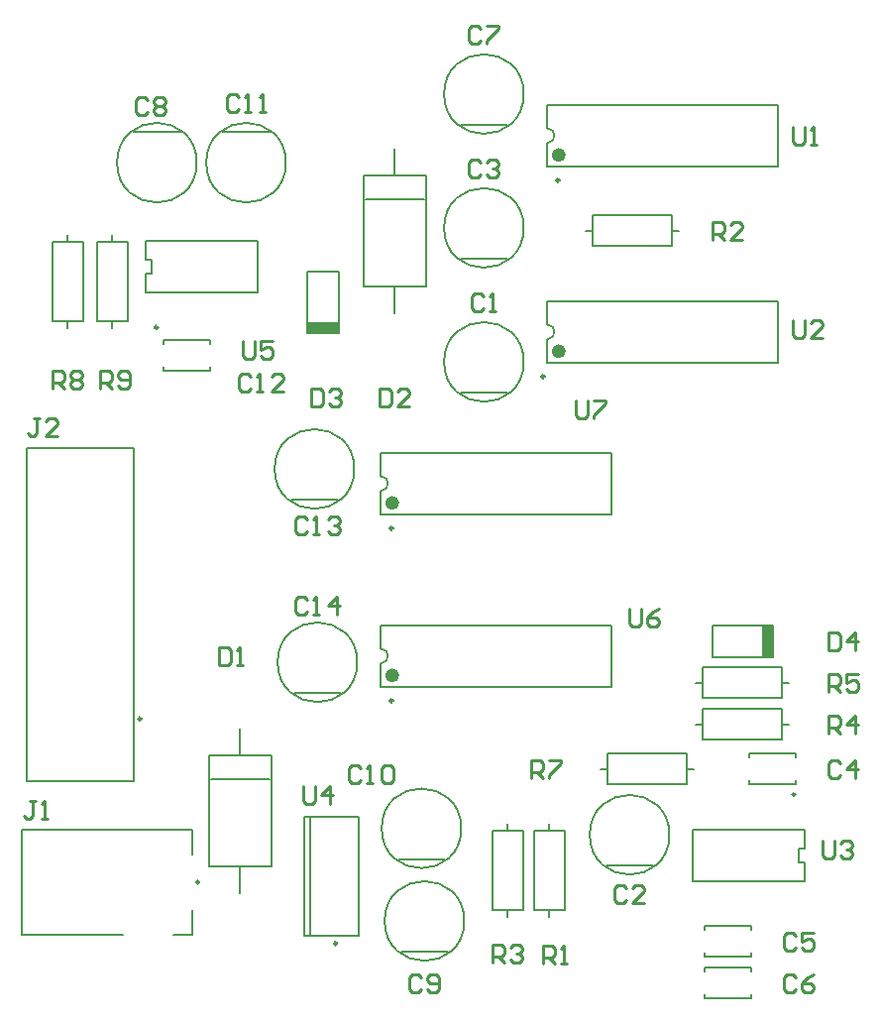
<source format=gto>
G04*
G04 #@! TF.GenerationSoftware,Altium Limited,Altium Designer,21.2.1 (34)*
G04*
G04 Layer_Color=65535*
%FSLAX25Y25*%
%MOIN*%
G70*
G04*
G04 #@! TF.SameCoordinates,80AB4F38-7A27-461E-8C37-B356CBF0BF54*
G04*
G04*
G04 #@! TF.FilePolarity,Positive*
G04*
G01*
G75*
%ADD10C,0.02362*%
%ADD11C,0.00984*%
%ADD12C,0.00787*%
%ADD13C,0.00591*%
%ADD14C,0.01000*%
%ADD15R,0.10698X0.03736*%
%ADD16R,0.03736X0.10698*%
D10*
X130339Y182504D02*
G03*
X130339Y182504I-1181J0D01*
G01*
Y124504D02*
G03*
X130339Y124504I-1181J0D01*
G01*
X186339Y299504D02*
G03*
X186339Y299504I-1181J0D01*
G01*
Y233504D02*
G03*
X186339Y233504I-1181J0D01*
G01*
D11*
X129374Y174000D02*
G03*
X129374Y174000I-492J0D01*
G01*
Y116000D02*
G03*
X129374Y116000I-492J0D01*
G01*
X185374Y291000D02*
G03*
X185374Y291000I-492J0D01*
G01*
X180374Y225000D02*
G03*
X180374Y225000I-492J0D01*
G01*
X264689Y84472D02*
G03*
X264689Y84472I-492J0D01*
G01*
X64233Y55000D02*
G03*
X64233Y55000I-492J0D01*
G01*
X50295Y241528D02*
G03*
X50295Y241528I-492J0D01*
G01*
X44742Y109888D02*
G03*
X44742Y109888I-492J0D01*
G01*
X110492Y34362D02*
G03*
X110492Y34362I-492J0D01*
G01*
D12*
X125221Y186500D02*
G03*
X125221Y191500I0J2500D01*
G01*
Y128500D02*
G03*
X125221Y133500I0J2500D01*
G01*
X181220Y303500D02*
G03*
X181220Y308500I0J2500D01*
G01*
Y237500D02*
G03*
X181220Y242500I0J2500D01*
G01*
X202780Y178567D02*
Y199433D01*
X125221Y191500D02*
Y199433D01*
Y178567D02*
Y186500D01*
Y199433D02*
X202780D01*
X125221Y178567D02*
X202780D01*
X88433Y60299D02*
Y97701D01*
X67567Y60299D02*
X88433D01*
X67567D02*
Y97701D01*
X88433D01*
X78000D02*
Y106559D01*
Y51441D02*
Y60299D01*
X68158Y89630D02*
X87843D01*
X125221Y120567D02*
X202780D01*
X125221Y141433D02*
X202780D01*
X125221Y120567D02*
Y128500D01*
Y133500D02*
Y141433D01*
X202780Y120567D02*
Y141433D01*
X96126Y118488D02*
X111874D01*
X181220Y295567D02*
X258780D01*
X181220Y316433D02*
X258780D01*
X181220Y295567D02*
Y303500D01*
Y308500D02*
Y316433D01*
X258780Y295567D02*
Y316433D01*
X196614Y268882D02*
X223386D01*
X196614D02*
Y279118D01*
X223386D01*
Y268882D02*
Y279118D01*
Y274000D02*
X225650D01*
X194350D02*
X196614D01*
X181220Y229567D02*
X258780D01*
X181220Y250433D02*
X258780D01*
X181220Y229567D02*
Y237500D01*
Y242500D02*
Y250433D01*
X258780Y229567D02*
Y250433D01*
X140433Y255299D02*
Y292701D01*
X119567Y255299D02*
X140433D01*
X119567D02*
Y292701D01*
X140433D01*
X130000D02*
Y301559D01*
Y246441D02*
Y255299D01*
X120158Y284630D02*
X139842D01*
X152126Y219488D02*
X167874D01*
X100646Y239764D02*
X111354D01*
X100646D02*
Y260236D01*
X111354D01*
Y239764D02*
Y260236D01*
X152126Y309567D02*
X167874D01*
X152126Y264567D02*
X167874D01*
X42126Y307354D02*
X57874D01*
X267878Y66447D02*
Y72563D01*
X265910Y66447D02*
X267878D01*
X265910Y61553D02*
Y66447D01*
Y61553D02*
X267878D01*
Y55437D02*
Y61553D01*
X230122Y55437D02*
X267878D01*
X230122D02*
Y72563D01*
X267878D01*
X264874Y87882D02*
Y89161D01*
Y96839D02*
Y98118D01*
X249126D02*
X264874D01*
X249126Y87882D02*
Y89161D01*
Y96839D02*
Y98118D01*
Y87882D02*
X264874D01*
X234126Y38839D02*
Y40118D01*
Y29882D02*
Y31161D01*
Y29882D02*
X249874D01*
Y38839D02*
Y40118D01*
Y29882D02*
Y31161D01*
X234126Y40118D02*
X249874D01*
X168000Y43350D02*
Y45614D01*
Y72386D02*
Y74650D01*
X162882Y72386D02*
X173118D01*
X162882Y45614D02*
Y72386D01*
Y45614D02*
X173118D01*
Y72386D01*
X260386Y108000D02*
X262650D01*
X231350D02*
X233614D01*
Y102882D02*
Y113118D01*
Y102882D02*
X260386D01*
Y113118D01*
X233614D02*
X260386D01*
X249874Y15882D02*
Y17161D01*
Y24839D02*
Y26118D01*
X234126D02*
X249874D01*
X234126Y15882D02*
Y17161D01*
Y24839D02*
Y26118D01*
Y15882D02*
X249874D01*
X201126Y60488D02*
X216874D01*
X182000Y72386D02*
Y74650D01*
Y43350D02*
Y45614D01*
X176882D02*
X187118D01*
Y72386D01*
X176882D02*
X187118D01*
X176882Y45614D02*
Y72386D01*
X4685Y37284D02*
Y72716D01*
Y37284D02*
X38543D01*
X61772Y64449D02*
Y72716D01*
X4685D02*
X61772D01*
X55472Y37284D02*
X61772D01*
Y45551D01*
X35000Y270386D02*
Y272650D01*
Y241350D02*
Y243614D01*
X29882D02*
X40118D01*
Y270386D01*
X29882D02*
X40118D01*
X29882Y243614D02*
Y270386D01*
X52126Y235839D02*
Y237118D01*
Y226882D02*
Y228161D01*
Y226882D02*
X67874D01*
Y235839D02*
Y237118D01*
Y226882D02*
Y228161D01*
X52126Y237118D02*
X67874D01*
X46122Y253437D02*
Y259553D01*
X48091D01*
Y264447D01*
X46122D02*
X48091D01*
X46122D02*
Y270563D01*
X83878D01*
Y253437D02*
Y270563D01*
X46122Y253437D02*
X83878D01*
X20000Y270386D02*
Y272650D01*
Y241350D02*
Y243614D01*
X14882D02*
X25118D01*
Y270386D01*
X14882D02*
X25118D01*
X14882Y243614D02*
Y270386D01*
X236764Y141354D02*
X257236D01*
X236764Y130646D02*
Y141354D01*
Y130646D02*
X257236D01*
Y141354D01*
X231350Y122000D02*
X233614D01*
X260386D02*
X262650D01*
X260386Y116882D02*
Y127118D01*
X233614D02*
X260386D01*
X233614Y116882D02*
Y127118D01*
Y116882D02*
X260386D01*
X6250Y89000D02*
X42250D01*
Y201000D01*
X6250D02*
X42250D01*
X6250Y89000D02*
Y201000D01*
X228386Y93000D02*
X230650D01*
X199350D02*
X201614D01*
Y87882D02*
Y98118D01*
Y87882D02*
X228386D01*
Y98118D01*
X201614D02*
X228386D01*
X132126Y31488D02*
X147874D01*
X101496Y36921D02*
Y77079D01*
X99528Y36921D02*
Y77079D01*
X118032Y36921D02*
Y77079D01*
X99528D02*
X118032D01*
X99528Y36921D02*
X118032D01*
X131126Y62646D02*
X146874D01*
X72126Y307354D02*
X87874D01*
X95126Y183488D02*
X110874D01*
D13*
X117386Y128921D02*
G03*
X117386Y128921I-13386J0D01*
G01*
X173386Y229921D02*
G03*
X173386Y229921I-13386J0D01*
G01*
Y320000D02*
G03*
X173386Y320000I-13386J0D01*
G01*
Y275000D02*
G03*
X173386Y275000I-13386J0D01*
G01*
X63386Y296921D02*
G03*
X63386Y296921I-13386J0D01*
G01*
X222386Y70921D02*
G03*
X222386Y70921I-13386J0D01*
G01*
X153386Y41921D02*
G03*
X153386Y41921I-13386J0D01*
G01*
X152386Y73079D02*
G03*
X152386Y73079I-13386J0D01*
G01*
X93386Y296921D02*
G03*
X93386Y296921I-13386J0D01*
G01*
X116386Y193921D02*
G03*
X116386Y193921I-13386J0D01*
G01*
D14*
X191002Y216999D02*
Y212001D01*
X192001Y211001D01*
X194001D01*
X195000Y212001D01*
Y216999D01*
X197000D02*
X200998D01*
Y215999D01*
X197000Y212001D01*
Y211001D01*
X100501Y149842D02*
X99502Y150842D01*
X97502D01*
X96502Y149842D01*
Y145843D01*
X97502Y144843D01*
X99502D01*
X100501Y145843D01*
X102500Y144843D02*
X104500D01*
X103500D01*
Y150842D01*
X102500Y149842D01*
X110498Y144843D02*
Y150842D01*
X107499Y147843D01*
X111498D01*
X79002Y236999D02*
Y232001D01*
X80001Y231001D01*
X82001D01*
X83000Y232001D01*
Y236999D01*
X88998D02*
X85000D01*
Y234000D01*
X86999Y235000D01*
X87999D01*
X88998Y234000D01*
Y232001D01*
X87999Y231001D01*
X85999D01*
X85000Y232001D01*
X209002Y146999D02*
Y142001D01*
X210001Y141001D01*
X212001D01*
X213000Y142001D01*
Y146999D01*
X218998D02*
X216999Y145999D01*
X215000Y144000D01*
Y142001D01*
X215999Y141001D01*
X217999D01*
X218998Y142001D01*
Y143000D01*
X217999Y144000D01*
X215000D01*
X99400Y87198D02*
Y82200D01*
X100400Y81200D01*
X102399D01*
X103399Y82200D01*
Y87198D01*
X108397Y81200D02*
Y87198D01*
X105398Y84199D01*
X109397D01*
X274002Y68999D02*
Y64001D01*
X275001Y63001D01*
X277001D01*
X278000Y64001D01*
Y68999D01*
X280000Y67999D02*
X280999Y68999D01*
X282999D01*
X283998Y67999D01*
Y67000D01*
X282999Y66000D01*
X281999D01*
X282999D01*
X283998Y65000D01*
Y64001D01*
X282999Y63001D01*
X280999D01*
X280000Y64001D01*
X264002Y243999D02*
Y239001D01*
X265001Y238001D01*
X267001D01*
X268000Y239001D01*
Y243999D01*
X273998Y238001D02*
X270000D01*
X273998Y242000D01*
Y242999D01*
X272999Y243999D01*
X270999D01*
X270000Y242999D01*
X264001Y308999D02*
Y304001D01*
X265001Y303001D01*
X267000D01*
X268000Y304001D01*
Y308999D01*
X269999Y303001D02*
X271999D01*
X270999D01*
Y308999D01*
X269999Y307999D01*
X31002Y221001D02*
Y226999D01*
X34001D01*
X35000Y225999D01*
Y224000D01*
X34001Y223000D01*
X31002D01*
X33001D02*
X35000Y221001D01*
X37000Y222001D02*
X37999Y221001D01*
X39999D01*
X40998Y222001D01*
Y225999D01*
X39999Y226999D01*
X37999D01*
X37000Y225999D01*
Y225000D01*
X37999Y224000D01*
X40998D01*
X15002Y221001D02*
Y226999D01*
X18001D01*
X19000Y225999D01*
Y224000D01*
X18001Y223000D01*
X15002D01*
X17001D02*
X19000Y221001D01*
X21000Y225999D02*
X21999Y226999D01*
X23999D01*
X24998Y225999D01*
Y225000D01*
X23999Y224000D01*
X24998Y223000D01*
Y222001D01*
X23999Y221001D01*
X21999D01*
X21000Y222001D01*
Y223000D01*
X21999Y224000D01*
X21000Y225000D01*
Y225999D01*
X21999Y224000D02*
X23999D01*
X176002Y90001D02*
Y95999D01*
X179001D01*
X180000Y94999D01*
Y93000D01*
X179001Y92000D01*
X176002D01*
X178001D02*
X180000Y90001D01*
X182000Y95999D02*
X185998D01*
Y94999D01*
X182000Y91001D01*
Y90001D01*
X276002Y119001D02*
Y124999D01*
X279001D01*
X280000Y123999D01*
Y122000D01*
X279001Y121000D01*
X276002D01*
X278001D02*
X280000Y119001D01*
X285998Y124999D02*
X282000D01*
Y122000D01*
X283999Y123000D01*
X284999D01*
X285998Y122000D01*
Y120001D01*
X284999Y119001D01*
X282999D01*
X282000Y120001D01*
X276002Y105001D02*
Y110999D01*
X279001D01*
X280000Y109999D01*
Y108000D01*
X279001Y107000D01*
X276002D01*
X278001D02*
X280000Y105001D01*
X284999D02*
Y110999D01*
X282000Y108000D01*
X285998D01*
X163002Y28001D02*
Y33999D01*
X166001D01*
X167000Y32999D01*
Y31000D01*
X166001Y30000D01*
X163002D01*
X165001D02*
X167000Y28001D01*
X169000Y32999D02*
X169999Y33999D01*
X171999D01*
X172998Y32999D01*
Y32000D01*
X171999Y31000D01*
X170999D01*
X171999D01*
X172998Y30000D01*
Y29001D01*
X171999Y28001D01*
X169999D01*
X169000Y29001D01*
X237002Y271001D02*
Y276999D01*
X240001D01*
X241000Y275999D01*
Y274000D01*
X240001Y273000D01*
X237002D01*
X239001D02*
X241000Y271001D01*
X246998D02*
X243000D01*
X246998Y275000D01*
Y275999D01*
X245999Y276999D01*
X243999D01*
X243000Y275999D01*
X180001Y27686D02*
Y33684D01*
X183000D01*
X184000Y32684D01*
Y30685D01*
X183000Y29685D01*
X180001D01*
X182001D02*
X184000Y27686D01*
X185999D02*
X187999D01*
X186999D01*
Y33684D01*
X185999Y32684D01*
X10499Y210798D02*
X8499D01*
X9499D01*
Y205800D01*
X8499Y204800D01*
X7500D01*
X6500Y205800D01*
X16497Y204800D02*
X12498D01*
X16497Y208799D01*
Y209798D01*
X15497Y210798D01*
X13498D01*
X12498Y209798D01*
X9199Y82198D02*
X7199D01*
X8199D01*
Y77200D01*
X7199Y76200D01*
X6200D01*
X5200Y77200D01*
X11198Y76200D02*
X13197D01*
X12198D01*
Y82198D01*
X11198Y81198D01*
X276002Y138999D02*
Y133001D01*
X279001D01*
X280000Y134001D01*
Y137999D01*
X279001Y138999D01*
X276002D01*
X284999Y133001D02*
Y138999D01*
X282000Y136000D01*
X285998D01*
X102002Y220999D02*
Y215001D01*
X105001D01*
X106000Y216001D01*
Y219999D01*
X105001Y220999D01*
X102002D01*
X108000Y219999D02*
X108999Y220999D01*
X110999D01*
X111998Y219999D01*
Y219000D01*
X110999Y218000D01*
X109999D01*
X110999D01*
X111998Y217000D01*
Y216001D01*
X110999Y215001D01*
X108999D01*
X108000Y216001D01*
X125002Y220999D02*
Y215001D01*
X128001D01*
X129000Y216001D01*
Y219999D01*
X128001Y220999D01*
X125002D01*
X134998Y215001D02*
X131000D01*
X134998Y219000D01*
Y219999D01*
X133999Y220999D01*
X131999D01*
X131000Y219999D01*
X71001Y133999D02*
Y128001D01*
X74000D01*
X75000Y129001D01*
Y132999D01*
X74000Y133999D01*
X71001D01*
X76999Y128001D02*
X78999D01*
X77999D01*
Y133999D01*
X76999Y132999D01*
X100501Y176999D02*
X99502Y177999D01*
X97502D01*
X96502Y176999D01*
Y173001D01*
X97502Y172001D01*
X99502D01*
X100501Y173001D01*
X102500Y172001D02*
X104500D01*
X103500D01*
Y177999D01*
X102500Y176999D01*
X107499D02*
X108499Y177999D01*
X110498D01*
X111498Y176999D01*
Y176000D01*
X110498Y175000D01*
X109498D01*
X110498D01*
X111498Y174000D01*
Y173001D01*
X110498Y172001D01*
X108499D01*
X107499Y173001D01*
X81501Y224999D02*
X80502Y225999D01*
X78502D01*
X77502Y224999D01*
Y221001D01*
X78502Y220001D01*
X80502D01*
X81501Y221001D01*
X83500Y220001D02*
X85500D01*
X84500D01*
Y225999D01*
X83500Y224999D01*
X92498Y220001D02*
X88499D01*
X92498Y224000D01*
Y224999D01*
X91498Y225999D01*
X89499D01*
X88499Y224999D01*
X77501Y318921D02*
X76501Y319920D01*
X74502D01*
X73502Y318921D01*
Y314922D01*
X74502Y313922D01*
X76501D01*
X77501Y314922D01*
X79500Y313922D02*
X81499D01*
X80500D01*
Y319920D01*
X79500Y318921D01*
X84499Y313922D02*
X86498D01*
X85498D01*
Y319920D01*
X84499Y318921D01*
X118501Y93157D02*
X117501Y94156D01*
X115502D01*
X114502Y93157D01*
Y89158D01*
X115502Y88159D01*
X117501D01*
X118501Y89158D01*
X120501Y88159D02*
X122500D01*
X121500D01*
Y94156D01*
X120501Y93157D01*
X125499D02*
X126499Y94156D01*
X128498D01*
X129498Y93157D01*
Y89158D01*
X128498Y88159D01*
X126499D01*
X125499Y89158D01*
Y93157D01*
X139000Y22842D02*
X138001Y23842D01*
X136001D01*
X135002Y22842D01*
Y18843D01*
X136001Y17843D01*
X138001D01*
X139000Y18843D01*
X141000D02*
X141999Y17843D01*
X143999D01*
X144998Y18843D01*
Y22842D01*
X143999Y23842D01*
X141999D01*
X141000Y22842D01*
Y21842D01*
X141999Y20843D01*
X144998D01*
X47000Y317999D02*
X46001Y318999D01*
X44001D01*
X43002Y317999D01*
Y314001D01*
X44001Y313001D01*
X46001D01*
X47000Y314001D01*
X49000Y317999D02*
X49999Y318999D01*
X51999D01*
X52998Y317999D01*
Y317000D01*
X51999Y316000D01*
X52998Y315000D01*
Y314001D01*
X51999Y313001D01*
X49999D01*
X49000Y314001D01*
Y315000D01*
X49999Y316000D01*
X49000Y317000D01*
Y317999D01*
X49999Y316000D02*
X51999D01*
X159000Y342078D02*
X158001Y343078D01*
X156001D01*
X155002Y342078D01*
Y338079D01*
X156001Y337080D01*
X158001D01*
X159000Y338079D01*
X161000Y343078D02*
X164998D01*
Y342078D01*
X161000Y338079D01*
Y337080D01*
X265000Y22999D02*
X264001Y23999D01*
X262001D01*
X261002Y22999D01*
Y19001D01*
X262001Y18001D01*
X264001D01*
X265000Y19001D01*
X270998Y23999D02*
X268999Y22999D01*
X267000Y21000D01*
Y19001D01*
X267999Y18001D01*
X269999D01*
X270998Y19001D01*
Y20000D01*
X269999Y21000D01*
X267000D01*
X265000Y36999D02*
X264001Y37999D01*
X262001D01*
X261002Y36999D01*
Y33001D01*
X262001Y32001D01*
X264001D01*
X265000Y33001D01*
X270998Y37999D02*
X267000D01*
Y35000D01*
X268999Y36000D01*
X269999D01*
X270998Y35000D01*
Y33001D01*
X269999Y32001D01*
X267999D01*
X267000Y33001D01*
X280000Y94999D02*
X279001Y95999D01*
X277001D01*
X276002Y94999D01*
Y91001D01*
X277001Y90001D01*
X279001D01*
X280000Y91001D01*
X284999Y90001D02*
Y95999D01*
X282000Y93000D01*
X285998D01*
X159000Y296999D02*
X158001Y297999D01*
X156001D01*
X155002Y296999D01*
Y293001D01*
X156001Y292001D01*
X158001D01*
X159000Y293001D01*
X161000Y296999D02*
X161999Y297999D01*
X163999D01*
X164998Y296999D01*
Y296000D01*
X163999Y295000D01*
X162999D01*
X163999D01*
X164998Y294000D01*
Y293001D01*
X163999Y292001D01*
X161999D01*
X161000Y293001D01*
X208000Y52921D02*
X207001Y53920D01*
X205001D01*
X204002Y52921D01*
Y48922D01*
X205001Y47922D01*
X207001D01*
X208000Y48922D01*
X213998Y47922D02*
X210000D01*
X213998Y51921D01*
Y52921D01*
X212999Y53920D01*
X210999D01*
X210000Y52921D01*
X160000Y251999D02*
X159000Y252999D01*
X157001D01*
X156001Y251999D01*
Y248001D01*
X157001Y247001D01*
X159000D01*
X160000Y248001D01*
X161999Y247001D02*
X163999D01*
X162999D01*
Y252999D01*
X161999Y251999D01*
D15*
X106005Y241632D02*
D03*
D16*
X255368Y136005D02*
D03*
M02*

</source>
